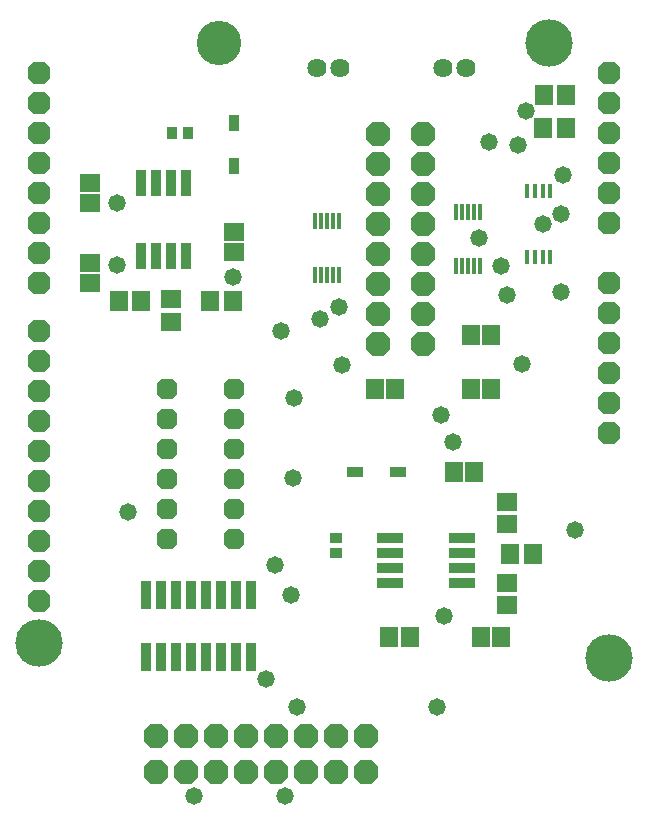
<source format=gts>
%FSTAX24Y24*%
%MOIN*%
%SFA1B1*%

%IPPOS*%
%AMD53*
4,1,8,0.019500,0.039000,-0.019500,0.039000,-0.039000,0.019500,-0.039000,-0.019500,-0.019500,-0.039000,0.019500,-0.039000,0.039000,-0.019500,0.039000,0.019500,0.019500,0.039000,0.0*
%
%AMD54*
4,1,8,-0.039000,0.019500,-0.039000,-0.019500,-0.019500,-0.039000,0.019500,-0.039000,0.039000,-0.019500,0.039000,0.019500,0.019500,0.039000,-0.019500,0.039000,-0.039000,0.019500,0.0*
%
%AMD55*
4,1,8,0.017000,0.034000,-0.017000,0.034000,-0.034000,0.017000,-0.034000,-0.017000,-0.017000,-0.034000,0.017000,-0.034000,0.034000,-0.017000,0.034000,0.017000,0.017000,0.034000,0.0*
%
%AMD57*
4,1,8,-0.037000,0.018500,-0.037000,-0.018500,-0.018500,-0.037000,0.018500,-0.037000,0.037000,-0.018500,0.037000,0.018500,0.018500,0.037000,-0.018500,0.037000,-0.037000,0.018500,0.0*
%
%ADD10R,0.012000X0.057000*%
%ADD39R,0.036000X0.044000*%
%ADD40R,0.060000X0.068000*%
%ADD41R,0.018000X0.048000*%
%ADD42R,0.032000X0.095000*%
%ADD43R,0.060000X0.071000*%
%ADD44R,0.044000X0.036000*%
%ADD45R,0.056000X0.036000*%
%ADD46R,0.036000X0.056000*%
%ADD47R,0.088000X0.034000*%
%ADD48R,0.034000X0.088000*%
%ADD49R,0.071000X0.060000*%
%ADD50R,0.068000X0.060000*%
%ADD51C,0.158000*%
%ADD52C,0.148000*%
G04~CAMADD=53~4~0.0~0.0~780.0~780.0~0.0~195.0~0~0.0~0.0~0.0~0.0~0~0.0~0.0~0.0~0.0~0~0.0~0.0~0.0~0.0~780.0~780.0*
%ADD53D53*%
G04~CAMADD=54~4~0.0~0.0~780.0~780.0~0.0~195.0~0~0.0~0.0~0.0~0.0~0~0.0~0.0~0.0~0.0~0~0.0~0.0~0.0~90.0~780.0~780.0*
%ADD54D54*%
G04~CAMADD=55~4~0.0~0.0~680.0~680.0~0.0~170.0~0~0.0~0.0~0.0~0.0~0~0.0~0.0~0.0~0.0~0~0.0~0.0~0.0~0.0~680.0~680.0*
%ADD55D55*%
%ADD56C,0.064000*%
G04~CAMADD=57~4~0.0~0.0~740.0~740.0~0.0~185.0~0~0.0~0.0~0.0~0.0~0~0.0~0.0~0.0~0.0~0~0.0~0.0~0.0~90.0~740.0~740.0*
%ADD57D57*%
%ADD58C,0.058000*%
%LNklogshield-1*%
%LPD*%
G54D10*
X0279Y03165D03*
X0281D03*
X0285D03*
X0283D03*
X0287D03*
Y02985D03*
X0285D03*
X0283D03*
X0281D03*
X0279D03*
X0334Y03015D03*
X0332D03*
X0328D03*
X033D03*
X0326D03*
Y03195D03*
X0328D03*
X033D03*
X0332D03*
X0334D03*
G54D39*
X02365Y0346D03*
X023134D03*
G54D40*
X033775Y02605D03*
X0331D03*
X033775Y02785D03*
X0331D03*
X030575Y02605D03*
X0299D03*
X03105Y0178D03*
X030375D03*
X0332Y0233D03*
X032525D03*
X033425Y0178D03*
X0341D03*
G54D41*
X034966Y03266D03*
X035222D03*
X03548D03*
X03574D03*
Y030442D03*
X03548D03*
X035222D03*
X034966D03*
G54D42*
X02575Y01712D03*
X02525D03*
X02225Y019174D03*
X02275Y01712D03*
Y019174D03*
X02375D03*
X02225Y01712D03*
X02325Y019174D03*
Y01712D03*
X02375D03*
X02475D03*
X02425Y019174D03*
X02475D03*
X02575D03*
X02425Y01712D03*
X02525Y019174D03*
G54D43*
X03552Y03585D03*
X036274D03*
X0355Y03475D03*
X036254D03*
X03515Y02055D03*
X034396D03*
X024396Y029D03*
X02515D03*
X0221D03*
X021346D03*
G54D44*
X0286Y0211D03*
Y020584D03*
G54D45*
X02922Y0233D03*
X030678D03*
G54D46*
X0252Y03493D03*
Y033472D03*
G54D47*
X03039Y0211D03*
X03281D03*
X03039Y0206D03*
Y0201D03*
X03281Y0206D03*
Y0201D03*
X03039Y0196D03*
X03281D03*
G54D48*
X0236Y03291D03*
Y03049D03*
X0231Y03291D03*
X0226D03*
X0231Y03049D03*
X0226D03*
X0221Y03291D03*
Y03049D03*
G54D49*
X0231Y028296D03*
Y02905D03*
X0343Y021546D03*
Y0223D03*
Y0196D03*
Y018846D03*
G54D50*
X0204Y03226D03*
Y032935D03*
X0252Y030625D03*
Y0313D03*
X0204Y03025D03*
Y029575D03*
G54D51*
X0377Y0171D03*
X0357Y0376D03*
X0187Y0176D03*
G54D52*
X0247Y0376D03*
G54D53*
X03Y02755D03*
Y02855D03*
Y02955D03*
Y03055D03*
Y03155D03*
Y03255D03*
Y03355D03*
Y03455D03*
X0315Y02755D03*
Y02855D03*
Y02955D03*
Y03055D03*
Y03155D03*
Y03255D03*
Y03355D03*
Y03455D03*
G54D54*
X0296Y0133D03*
X0286D03*
X0276D03*
X0266D03*
X0256D03*
X0246D03*
X0236D03*
X0226D03*
X0296Y0145D03*
X0286D03*
X0276D03*
X0266D03*
X0256D03*
X0246D03*
X0236D03*
X0226D03*
G54D55*
X0252Y02105D03*
Y02205D03*
Y02305D03*
Y02405D03*
Y02505D03*
Y02605D03*
X02295Y02105D03*
Y02205D03*
Y02305D03*
Y02405D03*
Y02505D03*
Y02605D03*
G54D56*
X028744Y03675D03*
X02795D03*
X032944D03*
X03215D03*
G54D57*
X0187Y019D03*
Y02D03*
X0377Y0246D03*
Y0256D03*
Y0266D03*
Y0276D03*
Y0286D03*
Y0296D03*
Y0366D03*
Y0356D03*
Y0346D03*
Y0336D03*
Y0326D03*
X0187Y021D03*
Y022D03*
Y023D03*
Y024D03*
Y025D03*
Y026D03*
Y027D03*
Y028D03*
Y0296D03*
Y0306D03*
Y0316D03*
Y0366D03*
Y0356D03*
Y0346D03*
Y0336D03*
X0377Y0316D03*
X0187Y0326D03*
G54D58*
X03195Y01545D03*
X0273D03*
X0321Y0252D03*
X0348Y0269D03*
X0269Y0125D03*
X02385D03*
X0341Y03015D03*
X03335Y0311D03*
X0287Y0288D03*
X02675Y028D03*
X02805Y0284D03*
X0361Y0293D03*
Y0319D03*
X02655Y0202D03*
X02625Y0164D03*
X0288Y02685D03*
X0272Y02575D03*
X02715Y0231D03*
X0213Y03225D03*
Y0302D03*
X03493Y03533D03*
X0355Y03155D03*
X03465Y0342D03*
X03615Y0332D03*
X0337Y0343D03*
X02515Y0298D03*
X0271Y0192D03*
X0325Y0243D03*
X03655Y02135D03*
X0322Y0185D03*
X02165Y02195D03*
X0343Y0292D03*
M02*
</source>
